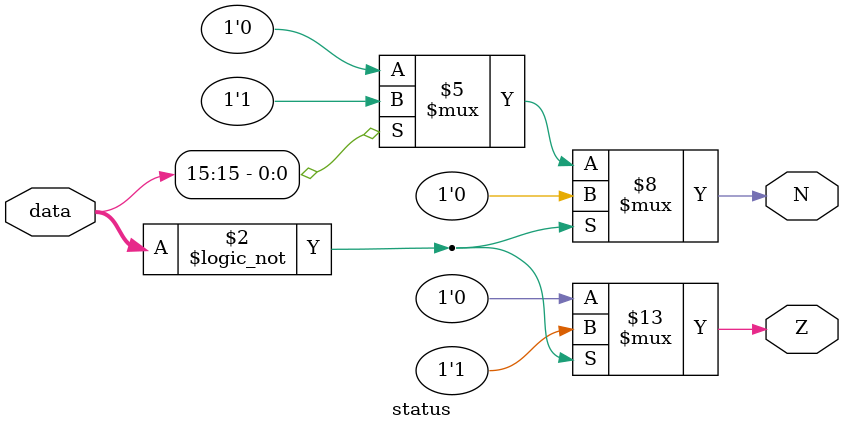
<source format=v>
module status(data, Z, N);
	input [15:0] data;
	output reg N, Z;
	
	always @* begin 
		if (data==0)begin
			Z <= 1;
			N <= 0;
		end
		else if (data[15] == 1'b1)begin
			Z <= 0;
			N <= 1;
		end
		else begin
			Z <= 0;
			N <= 0;
		end
	end
endmodule
</source>
